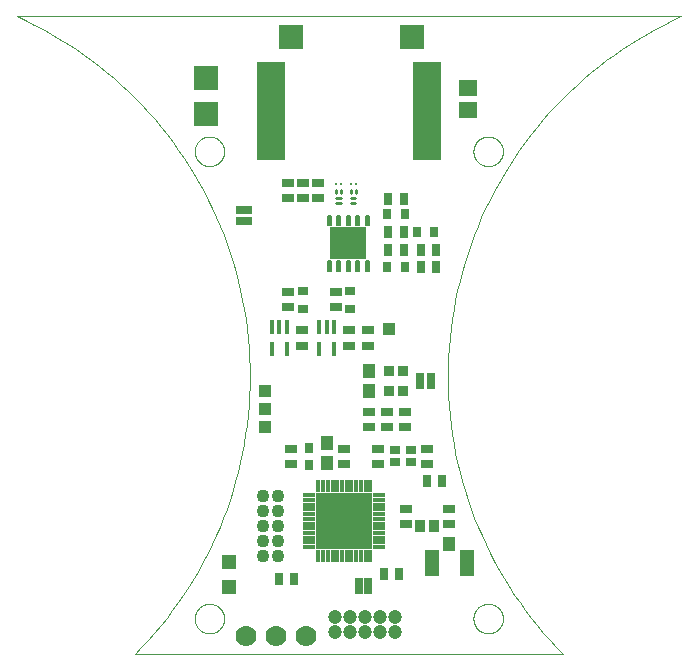
<source format=gts>
G75*
%MOIN*%
%OFA0B0*%
%FSLAX25Y25*%
%IPPOS*%
%LPD*%
%AMOC8*
5,1,8,0,0,1.08239X$1,22.5*
%
%ADD10C,0.00000*%
%ADD11C,0.00039*%
%ADD12R,0.03943X0.03156*%
%ADD13R,0.06306X0.05518*%
%ADD14R,0.03156X0.03943*%
%ADD15R,0.02762X0.03550*%
%ADD16C,0.00631*%
%ADD17R,0.12211X0.10636*%
%ADD18R,0.09416X0.32920*%
%ADD19R,0.08274X0.08274*%
%ADD20R,0.03353X0.03392*%
%ADD21R,0.04337X0.04731*%
%ADD22C,0.04731*%
%ADD23R,0.01800X0.05000*%
%ADD24R,0.03550X0.02762*%
%ADD25R,0.04337X0.04337*%
%ADD26R,0.05124X0.05124*%
%ADD27R,0.03353X0.03156*%
%ADD28R,0.03746X0.03943*%
%ADD29C,0.04337*%
%ADD30R,0.03865X0.01306*%
%ADD31R,0.18510X0.18510*%
%ADD32R,0.01306X0.03865*%
%ADD33R,0.04534X0.09061*%
%ADD34R,0.04337X0.04534*%
%ADD35C,0.01148*%
%ADD36C,0.01148*%
%ADD37R,0.02900X0.05400*%
%ADD38C,0.07000*%
%ADD39R,0.03156X0.03353*%
%ADD40R,0.05400X0.02900*%
D10*
X0073943Y0027191D02*
X0216659Y0027191D01*
X0178274Y0119711D02*
X0178317Y0122928D01*
X0178438Y0126143D01*
X0178637Y0129354D01*
X0178915Y0132559D01*
X0179271Y0135756D01*
X0179705Y0138944D01*
X0180216Y0142120D01*
X0180805Y0145283D01*
X0181471Y0148431D01*
X0182214Y0151561D01*
X0183032Y0154672D01*
X0183927Y0157763D01*
X0184896Y0160830D01*
X0185941Y0163873D01*
X0187059Y0166890D01*
X0188250Y0169878D01*
X0189514Y0172837D01*
X0190850Y0175764D01*
X0192257Y0178657D01*
X0193734Y0181515D01*
X0195280Y0184336D01*
X0196895Y0187119D01*
X0198577Y0189861D01*
X0200326Y0192562D01*
X0202140Y0195219D01*
X0204018Y0197831D01*
X0205960Y0200396D01*
X0207964Y0202913D01*
X0210028Y0205381D01*
X0212152Y0207797D01*
X0214334Y0210161D01*
X0216574Y0212471D01*
X0218869Y0214725D01*
X0221219Y0216923D01*
X0223621Y0219063D01*
X0226075Y0221143D01*
X0228579Y0223163D01*
X0231131Y0225121D01*
X0233731Y0227017D01*
X0236376Y0228848D01*
X0239065Y0230615D01*
X0241796Y0232315D01*
X0244568Y0233948D01*
X0247379Y0235512D01*
X0250228Y0237008D01*
X0253112Y0238434D01*
X0256030Y0239789D01*
X0256029Y0239789D02*
X0034572Y0239789D01*
X0112328Y0119710D02*
X0112279Y0116500D01*
X0112151Y0113291D01*
X0111945Y0110087D01*
X0111661Y0106888D01*
X0111299Y0103698D01*
X0110860Y0100517D01*
X0110343Y0097348D01*
X0109749Y0094193D01*
X0109078Y0091053D01*
X0108331Y0087930D01*
X0107508Y0084826D01*
X0106610Y0081743D01*
X0105637Y0078684D01*
X0104589Y0075648D01*
X0103468Y0072639D01*
X0102273Y0069659D01*
X0101007Y0066708D01*
X0099669Y0063789D01*
X0098260Y0060904D01*
X0096781Y0058054D01*
X0095233Y0055241D01*
X0093617Y0052466D01*
X0091934Y0049731D01*
X0090185Y0047039D01*
X0088371Y0044390D01*
X0086492Y0041785D01*
X0084551Y0039228D01*
X0082548Y0036718D01*
X0080484Y0034258D01*
X0078361Y0031849D01*
X0076180Y0029493D01*
X0073942Y0027190D01*
X0112328Y0119711D02*
X0112285Y0122928D01*
X0112164Y0126143D01*
X0111965Y0129354D01*
X0111687Y0132559D01*
X0111331Y0135756D01*
X0110897Y0138944D01*
X0110386Y0142120D01*
X0109797Y0145283D01*
X0109131Y0148431D01*
X0108388Y0151561D01*
X0107570Y0154672D01*
X0106675Y0157763D01*
X0105706Y0160830D01*
X0104661Y0163873D01*
X0103543Y0166890D01*
X0102352Y0169878D01*
X0101088Y0172837D01*
X0099752Y0175764D01*
X0098345Y0178657D01*
X0096868Y0181515D01*
X0095322Y0184336D01*
X0093707Y0187119D01*
X0092025Y0189861D01*
X0090276Y0192562D01*
X0088462Y0195219D01*
X0086584Y0197831D01*
X0084642Y0200396D01*
X0082638Y0202913D01*
X0080574Y0205381D01*
X0078450Y0207797D01*
X0076268Y0210161D01*
X0074028Y0212471D01*
X0071733Y0214725D01*
X0069383Y0216923D01*
X0066981Y0219063D01*
X0064527Y0221143D01*
X0062023Y0223163D01*
X0059471Y0225121D01*
X0056871Y0227017D01*
X0054226Y0228848D01*
X0051537Y0230615D01*
X0048806Y0232315D01*
X0046034Y0233948D01*
X0043223Y0235512D01*
X0040374Y0237008D01*
X0037490Y0238434D01*
X0034572Y0239789D01*
X0178273Y0119710D02*
X0178322Y0116500D01*
X0178450Y0113291D01*
X0178656Y0110087D01*
X0178940Y0106888D01*
X0179302Y0103698D01*
X0179741Y0100517D01*
X0180258Y0097348D01*
X0180852Y0094193D01*
X0181523Y0091053D01*
X0182270Y0087930D01*
X0183093Y0084826D01*
X0183991Y0081743D01*
X0184964Y0078684D01*
X0186012Y0075648D01*
X0187133Y0072639D01*
X0188328Y0069659D01*
X0189594Y0066708D01*
X0190932Y0063789D01*
X0192341Y0060904D01*
X0193820Y0058054D01*
X0195368Y0055241D01*
X0196984Y0052466D01*
X0198667Y0049731D01*
X0200416Y0047039D01*
X0202230Y0044390D01*
X0204109Y0041785D01*
X0206050Y0039228D01*
X0208053Y0036718D01*
X0210117Y0034258D01*
X0212240Y0031849D01*
X0214421Y0029493D01*
X0216659Y0027190D01*
D11*
X0186836Y0039002D02*
X0186838Y0039142D01*
X0186844Y0039282D01*
X0186854Y0039421D01*
X0186868Y0039560D01*
X0186886Y0039699D01*
X0186907Y0039837D01*
X0186933Y0039975D01*
X0186963Y0040112D01*
X0186996Y0040247D01*
X0187034Y0040382D01*
X0187075Y0040516D01*
X0187120Y0040649D01*
X0187168Y0040780D01*
X0187221Y0040909D01*
X0187277Y0041038D01*
X0187336Y0041164D01*
X0187400Y0041289D01*
X0187466Y0041412D01*
X0187537Y0041533D01*
X0187610Y0041652D01*
X0187687Y0041769D01*
X0187768Y0041883D01*
X0187851Y0041995D01*
X0187938Y0042105D01*
X0188028Y0042213D01*
X0188120Y0042317D01*
X0188216Y0042419D01*
X0188315Y0042519D01*
X0188416Y0042615D01*
X0188520Y0042709D01*
X0188627Y0042799D01*
X0188736Y0042886D01*
X0188848Y0042971D01*
X0188962Y0043052D01*
X0189078Y0043130D01*
X0189196Y0043204D01*
X0189317Y0043275D01*
X0189439Y0043343D01*
X0189564Y0043407D01*
X0189690Y0043468D01*
X0189817Y0043525D01*
X0189947Y0043578D01*
X0190078Y0043628D01*
X0190210Y0043673D01*
X0190343Y0043716D01*
X0190478Y0043754D01*
X0190613Y0043788D01*
X0190750Y0043819D01*
X0190887Y0043846D01*
X0191025Y0043868D01*
X0191164Y0043887D01*
X0191303Y0043902D01*
X0191442Y0043913D01*
X0191582Y0043920D01*
X0191722Y0043923D01*
X0191862Y0043922D01*
X0192002Y0043917D01*
X0192141Y0043908D01*
X0192281Y0043895D01*
X0192420Y0043878D01*
X0192558Y0043857D01*
X0192696Y0043833D01*
X0192833Y0043804D01*
X0192969Y0043772D01*
X0193104Y0043735D01*
X0193238Y0043695D01*
X0193371Y0043651D01*
X0193502Y0043603D01*
X0193632Y0043552D01*
X0193761Y0043497D01*
X0193888Y0043438D01*
X0194013Y0043375D01*
X0194136Y0043310D01*
X0194258Y0043240D01*
X0194377Y0043167D01*
X0194495Y0043091D01*
X0194610Y0043012D01*
X0194723Y0042929D01*
X0194833Y0042843D01*
X0194941Y0042754D01*
X0195046Y0042662D01*
X0195149Y0042567D01*
X0195249Y0042469D01*
X0195346Y0042369D01*
X0195440Y0042265D01*
X0195532Y0042159D01*
X0195620Y0042051D01*
X0195705Y0041940D01*
X0195787Y0041826D01*
X0195866Y0041710D01*
X0195941Y0041593D01*
X0196013Y0041473D01*
X0196081Y0041351D01*
X0196146Y0041227D01*
X0196208Y0041101D01*
X0196266Y0040974D01*
X0196320Y0040845D01*
X0196371Y0040714D01*
X0196417Y0040582D01*
X0196460Y0040449D01*
X0196500Y0040315D01*
X0196535Y0040180D01*
X0196567Y0040043D01*
X0196594Y0039906D01*
X0196618Y0039768D01*
X0196638Y0039630D01*
X0196654Y0039491D01*
X0196666Y0039351D01*
X0196674Y0039212D01*
X0196678Y0039072D01*
X0196678Y0038932D01*
X0196674Y0038792D01*
X0196666Y0038653D01*
X0196654Y0038513D01*
X0196638Y0038374D01*
X0196618Y0038236D01*
X0196594Y0038098D01*
X0196567Y0037961D01*
X0196535Y0037824D01*
X0196500Y0037689D01*
X0196460Y0037555D01*
X0196417Y0037422D01*
X0196371Y0037290D01*
X0196320Y0037159D01*
X0196266Y0037030D01*
X0196208Y0036903D01*
X0196146Y0036777D01*
X0196081Y0036653D01*
X0196013Y0036531D01*
X0195941Y0036411D01*
X0195866Y0036294D01*
X0195787Y0036178D01*
X0195705Y0036064D01*
X0195620Y0035953D01*
X0195532Y0035845D01*
X0195440Y0035739D01*
X0195346Y0035635D01*
X0195249Y0035535D01*
X0195149Y0035437D01*
X0195046Y0035342D01*
X0194941Y0035250D01*
X0194833Y0035161D01*
X0194723Y0035075D01*
X0194610Y0034992D01*
X0194495Y0034913D01*
X0194377Y0034837D01*
X0194258Y0034764D01*
X0194136Y0034694D01*
X0194013Y0034629D01*
X0193888Y0034566D01*
X0193761Y0034507D01*
X0193632Y0034452D01*
X0193502Y0034401D01*
X0193371Y0034353D01*
X0193238Y0034309D01*
X0193104Y0034269D01*
X0192969Y0034232D01*
X0192833Y0034200D01*
X0192696Y0034171D01*
X0192558Y0034147D01*
X0192420Y0034126D01*
X0192281Y0034109D01*
X0192141Y0034096D01*
X0192002Y0034087D01*
X0191862Y0034082D01*
X0191722Y0034081D01*
X0191582Y0034084D01*
X0191442Y0034091D01*
X0191303Y0034102D01*
X0191164Y0034117D01*
X0191025Y0034136D01*
X0190887Y0034158D01*
X0190750Y0034185D01*
X0190613Y0034216D01*
X0190478Y0034250D01*
X0190343Y0034288D01*
X0190210Y0034331D01*
X0190078Y0034376D01*
X0189947Y0034426D01*
X0189817Y0034479D01*
X0189690Y0034536D01*
X0189564Y0034597D01*
X0189439Y0034661D01*
X0189317Y0034729D01*
X0189196Y0034800D01*
X0189078Y0034874D01*
X0188962Y0034952D01*
X0188848Y0035033D01*
X0188736Y0035118D01*
X0188627Y0035205D01*
X0188520Y0035295D01*
X0188416Y0035389D01*
X0188315Y0035485D01*
X0188216Y0035585D01*
X0188120Y0035687D01*
X0188028Y0035791D01*
X0187938Y0035899D01*
X0187851Y0036009D01*
X0187768Y0036121D01*
X0187687Y0036235D01*
X0187610Y0036352D01*
X0187537Y0036471D01*
X0187466Y0036592D01*
X0187400Y0036715D01*
X0187336Y0036840D01*
X0187277Y0036966D01*
X0187221Y0037095D01*
X0187168Y0037224D01*
X0187120Y0037355D01*
X0187075Y0037488D01*
X0187034Y0037622D01*
X0186996Y0037757D01*
X0186963Y0037892D01*
X0186933Y0038029D01*
X0186907Y0038167D01*
X0186886Y0038305D01*
X0186868Y0038444D01*
X0186854Y0038583D01*
X0186844Y0038722D01*
X0186838Y0038862D01*
X0186836Y0039002D01*
X0093923Y0039002D02*
X0093925Y0039142D01*
X0093931Y0039282D01*
X0093941Y0039421D01*
X0093955Y0039560D01*
X0093973Y0039699D01*
X0093994Y0039837D01*
X0094020Y0039975D01*
X0094050Y0040112D01*
X0094083Y0040247D01*
X0094121Y0040382D01*
X0094162Y0040516D01*
X0094207Y0040649D01*
X0094255Y0040780D01*
X0094308Y0040909D01*
X0094364Y0041038D01*
X0094423Y0041164D01*
X0094487Y0041289D01*
X0094553Y0041412D01*
X0094624Y0041533D01*
X0094697Y0041652D01*
X0094774Y0041769D01*
X0094855Y0041883D01*
X0094938Y0041995D01*
X0095025Y0042105D01*
X0095115Y0042213D01*
X0095207Y0042317D01*
X0095303Y0042419D01*
X0095402Y0042519D01*
X0095503Y0042615D01*
X0095607Y0042709D01*
X0095714Y0042799D01*
X0095823Y0042886D01*
X0095935Y0042971D01*
X0096049Y0043052D01*
X0096165Y0043130D01*
X0096283Y0043204D01*
X0096404Y0043275D01*
X0096526Y0043343D01*
X0096651Y0043407D01*
X0096777Y0043468D01*
X0096904Y0043525D01*
X0097034Y0043578D01*
X0097165Y0043628D01*
X0097297Y0043673D01*
X0097430Y0043716D01*
X0097565Y0043754D01*
X0097700Y0043788D01*
X0097837Y0043819D01*
X0097974Y0043846D01*
X0098112Y0043868D01*
X0098251Y0043887D01*
X0098390Y0043902D01*
X0098529Y0043913D01*
X0098669Y0043920D01*
X0098809Y0043923D01*
X0098949Y0043922D01*
X0099089Y0043917D01*
X0099228Y0043908D01*
X0099368Y0043895D01*
X0099507Y0043878D01*
X0099645Y0043857D01*
X0099783Y0043833D01*
X0099920Y0043804D01*
X0100056Y0043772D01*
X0100191Y0043735D01*
X0100325Y0043695D01*
X0100458Y0043651D01*
X0100589Y0043603D01*
X0100719Y0043552D01*
X0100848Y0043497D01*
X0100975Y0043438D01*
X0101100Y0043375D01*
X0101223Y0043310D01*
X0101345Y0043240D01*
X0101464Y0043167D01*
X0101582Y0043091D01*
X0101697Y0043012D01*
X0101810Y0042929D01*
X0101920Y0042843D01*
X0102028Y0042754D01*
X0102133Y0042662D01*
X0102236Y0042567D01*
X0102336Y0042469D01*
X0102433Y0042369D01*
X0102527Y0042265D01*
X0102619Y0042159D01*
X0102707Y0042051D01*
X0102792Y0041940D01*
X0102874Y0041826D01*
X0102953Y0041710D01*
X0103028Y0041593D01*
X0103100Y0041473D01*
X0103168Y0041351D01*
X0103233Y0041227D01*
X0103295Y0041101D01*
X0103353Y0040974D01*
X0103407Y0040845D01*
X0103458Y0040714D01*
X0103504Y0040582D01*
X0103547Y0040449D01*
X0103587Y0040315D01*
X0103622Y0040180D01*
X0103654Y0040043D01*
X0103681Y0039906D01*
X0103705Y0039768D01*
X0103725Y0039630D01*
X0103741Y0039491D01*
X0103753Y0039351D01*
X0103761Y0039212D01*
X0103765Y0039072D01*
X0103765Y0038932D01*
X0103761Y0038792D01*
X0103753Y0038653D01*
X0103741Y0038513D01*
X0103725Y0038374D01*
X0103705Y0038236D01*
X0103681Y0038098D01*
X0103654Y0037961D01*
X0103622Y0037824D01*
X0103587Y0037689D01*
X0103547Y0037555D01*
X0103504Y0037422D01*
X0103458Y0037290D01*
X0103407Y0037159D01*
X0103353Y0037030D01*
X0103295Y0036903D01*
X0103233Y0036777D01*
X0103168Y0036653D01*
X0103100Y0036531D01*
X0103028Y0036411D01*
X0102953Y0036294D01*
X0102874Y0036178D01*
X0102792Y0036064D01*
X0102707Y0035953D01*
X0102619Y0035845D01*
X0102527Y0035739D01*
X0102433Y0035635D01*
X0102336Y0035535D01*
X0102236Y0035437D01*
X0102133Y0035342D01*
X0102028Y0035250D01*
X0101920Y0035161D01*
X0101810Y0035075D01*
X0101697Y0034992D01*
X0101582Y0034913D01*
X0101464Y0034837D01*
X0101345Y0034764D01*
X0101223Y0034694D01*
X0101100Y0034629D01*
X0100975Y0034566D01*
X0100848Y0034507D01*
X0100719Y0034452D01*
X0100589Y0034401D01*
X0100458Y0034353D01*
X0100325Y0034309D01*
X0100191Y0034269D01*
X0100056Y0034232D01*
X0099920Y0034200D01*
X0099783Y0034171D01*
X0099645Y0034147D01*
X0099507Y0034126D01*
X0099368Y0034109D01*
X0099228Y0034096D01*
X0099089Y0034087D01*
X0098949Y0034082D01*
X0098809Y0034081D01*
X0098669Y0034084D01*
X0098529Y0034091D01*
X0098390Y0034102D01*
X0098251Y0034117D01*
X0098112Y0034136D01*
X0097974Y0034158D01*
X0097837Y0034185D01*
X0097700Y0034216D01*
X0097565Y0034250D01*
X0097430Y0034288D01*
X0097297Y0034331D01*
X0097165Y0034376D01*
X0097034Y0034426D01*
X0096904Y0034479D01*
X0096777Y0034536D01*
X0096651Y0034597D01*
X0096526Y0034661D01*
X0096404Y0034729D01*
X0096283Y0034800D01*
X0096165Y0034874D01*
X0096049Y0034952D01*
X0095935Y0035033D01*
X0095823Y0035118D01*
X0095714Y0035205D01*
X0095607Y0035295D01*
X0095503Y0035389D01*
X0095402Y0035485D01*
X0095303Y0035585D01*
X0095207Y0035687D01*
X0095115Y0035791D01*
X0095025Y0035899D01*
X0094938Y0036009D01*
X0094855Y0036121D01*
X0094774Y0036235D01*
X0094697Y0036352D01*
X0094624Y0036471D01*
X0094553Y0036592D01*
X0094487Y0036715D01*
X0094423Y0036840D01*
X0094364Y0036966D01*
X0094308Y0037095D01*
X0094255Y0037224D01*
X0094207Y0037355D01*
X0094162Y0037488D01*
X0094121Y0037622D01*
X0094083Y0037757D01*
X0094050Y0037892D01*
X0094020Y0038029D01*
X0093994Y0038167D01*
X0093973Y0038305D01*
X0093955Y0038444D01*
X0093941Y0038583D01*
X0093931Y0038722D01*
X0093925Y0038862D01*
X0093923Y0039002D01*
X0093923Y0194750D02*
X0093925Y0194890D01*
X0093931Y0195030D01*
X0093941Y0195169D01*
X0093955Y0195308D01*
X0093973Y0195447D01*
X0093994Y0195585D01*
X0094020Y0195723D01*
X0094050Y0195860D01*
X0094083Y0195995D01*
X0094121Y0196130D01*
X0094162Y0196264D01*
X0094207Y0196397D01*
X0094255Y0196528D01*
X0094308Y0196657D01*
X0094364Y0196786D01*
X0094423Y0196912D01*
X0094487Y0197037D01*
X0094553Y0197160D01*
X0094624Y0197281D01*
X0094697Y0197400D01*
X0094774Y0197517D01*
X0094855Y0197631D01*
X0094938Y0197743D01*
X0095025Y0197853D01*
X0095115Y0197961D01*
X0095207Y0198065D01*
X0095303Y0198167D01*
X0095402Y0198267D01*
X0095503Y0198363D01*
X0095607Y0198457D01*
X0095714Y0198547D01*
X0095823Y0198634D01*
X0095935Y0198719D01*
X0096049Y0198800D01*
X0096165Y0198878D01*
X0096283Y0198952D01*
X0096404Y0199023D01*
X0096526Y0199091D01*
X0096651Y0199155D01*
X0096777Y0199216D01*
X0096904Y0199273D01*
X0097034Y0199326D01*
X0097165Y0199376D01*
X0097297Y0199421D01*
X0097430Y0199464D01*
X0097565Y0199502D01*
X0097700Y0199536D01*
X0097837Y0199567D01*
X0097974Y0199594D01*
X0098112Y0199616D01*
X0098251Y0199635D01*
X0098390Y0199650D01*
X0098529Y0199661D01*
X0098669Y0199668D01*
X0098809Y0199671D01*
X0098949Y0199670D01*
X0099089Y0199665D01*
X0099228Y0199656D01*
X0099368Y0199643D01*
X0099507Y0199626D01*
X0099645Y0199605D01*
X0099783Y0199581D01*
X0099920Y0199552D01*
X0100056Y0199520D01*
X0100191Y0199483D01*
X0100325Y0199443D01*
X0100458Y0199399D01*
X0100589Y0199351D01*
X0100719Y0199300D01*
X0100848Y0199245D01*
X0100975Y0199186D01*
X0101100Y0199123D01*
X0101223Y0199058D01*
X0101345Y0198988D01*
X0101464Y0198915D01*
X0101582Y0198839D01*
X0101697Y0198760D01*
X0101810Y0198677D01*
X0101920Y0198591D01*
X0102028Y0198502D01*
X0102133Y0198410D01*
X0102236Y0198315D01*
X0102336Y0198217D01*
X0102433Y0198117D01*
X0102527Y0198013D01*
X0102619Y0197907D01*
X0102707Y0197799D01*
X0102792Y0197688D01*
X0102874Y0197574D01*
X0102953Y0197458D01*
X0103028Y0197341D01*
X0103100Y0197221D01*
X0103168Y0197099D01*
X0103233Y0196975D01*
X0103295Y0196849D01*
X0103353Y0196722D01*
X0103407Y0196593D01*
X0103458Y0196462D01*
X0103504Y0196330D01*
X0103547Y0196197D01*
X0103587Y0196063D01*
X0103622Y0195928D01*
X0103654Y0195791D01*
X0103681Y0195654D01*
X0103705Y0195516D01*
X0103725Y0195378D01*
X0103741Y0195239D01*
X0103753Y0195099D01*
X0103761Y0194960D01*
X0103765Y0194820D01*
X0103765Y0194680D01*
X0103761Y0194540D01*
X0103753Y0194401D01*
X0103741Y0194261D01*
X0103725Y0194122D01*
X0103705Y0193984D01*
X0103681Y0193846D01*
X0103654Y0193709D01*
X0103622Y0193572D01*
X0103587Y0193437D01*
X0103547Y0193303D01*
X0103504Y0193170D01*
X0103458Y0193038D01*
X0103407Y0192907D01*
X0103353Y0192778D01*
X0103295Y0192651D01*
X0103233Y0192525D01*
X0103168Y0192401D01*
X0103100Y0192279D01*
X0103028Y0192159D01*
X0102953Y0192042D01*
X0102874Y0191926D01*
X0102792Y0191812D01*
X0102707Y0191701D01*
X0102619Y0191593D01*
X0102527Y0191487D01*
X0102433Y0191383D01*
X0102336Y0191283D01*
X0102236Y0191185D01*
X0102133Y0191090D01*
X0102028Y0190998D01*
X0101920Y0190909D01*
X0101810Y0190823D01*
X0101697Y0190740D01*
X0101582Y0190661D01*
X0101464Y0190585D01*
X0101345Y0190512D01*
X0101223Y0190442D01*
X0101100Y0190377D01*
X0100975Y0190314D01*
X0100848Y0190255D01*
X0100719Y0190200D01*
X0100589Y0190149D01*
X0100458Y0190101D01*
X0100325Y0190057D01*
X0100191Y0190017D01*
X0100056Y0189980D01*
X0099920Y0189948D01*
X0099783Y0189919D01*
X0099645Y0189895D01*
X0099507Y0189874D01*
X0099368Y0189857D01*
X0099228Y0189844D01*
X0099089Y0189835D01*
X0098949Y0189830D01*
X0098809Y0189829D01*
X0098669Y0189832D01*
X0098529Y0189839D01*
X0098390Y0189850D01*
X0098251Y0189865D01*
X0098112Y0189884D01*
X0097974Y0189906D01*
X0097837Y0189933D01*
X0097700Y0189964D01*
X0097565Y0189998D01*
X0097430Y0190036D01*
X0097297Y0190079D01*
X0097165Y0190124D01*
X0097034Y0190174D01*
X0096904Y0190227D01*
X0096777Y0190284D01*
X0096651Y0190345D01*
X0096526Y0190409D01*
X0096404Y0190477D01*
X0096283Y0190548D01*
X0096165Y0190622D01*
X0096049Y0190700D01*
X0095935Y0190781D01*
X0095823Y0190866D01*
X0095714Y0190953D01*
X0095607Y0191043D01*
X0095503Y0191137D01*
X0095402Y0191233D01*
X0095303Y0191333D01*
X0095207Y0191435D01*
X0095115Y0191539D01*
X0095025Y0191647D01*
X0094938Y0191757D01*
X0094855Y0191869D01*
X0094774Y0191983D01*
X0094697Y0192100D01*
X0094624Y0192219D01*
X0094553Y0192340D01*
X0094487Y0192463D01*
X0094423Y0192588D01*
X0094364Y0192714D01*
X0094308Y0192843D01*
X0094255Y0192972D01*
X0094207Y0193103D01*
X0094162Y0193236D01*
X0094121Y0193370D01*
X0094083Y0193505D01*
X0094050Y0193640D01*
X0094020Y0193777D01*
X0093994Y0193915D01*
X0093973Y0194053D01*
X0093955Y0194192D01*
X0093941Y0194331D01*
X0093931Y0194470D01*
X0093925Y0194610D01*
X0093923Y0194750D01*
X0186836Y0194750D02*
X0186838Y0194890D01*
X0186844Y0195030D01*
X0186854Y0195169D01*
X0186868Y0195308D01*
X0186886Y0195447D01*
X0186907Y0195585D01*
X0186933Y0195723D01*
X0186963Y0195860D01*
X0186996Y0195995D01*
X0187034Y0196130D01*
X0187075Y0196264D01*
X0187120Y0196397D01*
X0187168Y0196528D01*
X0187221Y0196657D01*
X0187277Y0196786D01*
X0187336Y0196912D01*
X0187400Y0197037D01*
X0187466Y0197160D01*
X0187537Y0197281D01*
X0187610Y0197400D01*
X0187687Y0197517D01*
X0187768Y0197631D01*
X0187851Y0197743D01*
X0187938Y0197853D01*
X0188028Y0197961D01*
X0188120Y0198065D01*
X0188216Y0198167D01*
X0188315Y0198267D01*
X0188416Y0198363D01*
X0188520Y0198457D01*
X0188627Y0198547D01*
X0188736Y0198634D01*
X0188848Y0198719D01*
X0188962Y0198800D01*
X0189078Y0198878D01*
X0189196Y0198952D01*
X0189317Y0199023D01*
X0189439Y0199091D01*
X0189564Y0199155D01*
X0189690Y0199216D01*
X0189817Y0199273D01*
X0189947Y0199326D01*
X0190078Y0199376D01*
X0190210Y0199421D01*
X0190343Y0199464D01*
X0190478Y0199502D01*
X0190613Y0199536D01*
X0190750Y0199567D01*
X0190887Y0199594D01*
X0191025Y0199616D01*
X0191164Y0199635D01*
X0191303Y0199650D01*
X0191442Y0199661D01*
X0191582Y0199668D01*
X0191722Y0199671D01*
X0191862Y0199670D01*
X0192002Y0199665D01*
X0192141Y0199656D01*
X0192281Y0199643D01*
X0192420Y0199626D01*
X0192558Y0199605D01*
X0192696Y0199581D01*
X0192833Y0199552D01*
X0192969Y0199520D01*
X0193104Y0199483D01*
X0193238Y0199443D01*
X0193371Y0199399D01*
X0193502Y0199351D01*
X0193632Y0199300D01*
X0193761Y0199245D01*
X0193888Y0199186D01*
X0194013Y0199123D01*
X0194136Y0199058D01*
X0194258Y0198988D01*
X0194377Y0198915D01*
X0194495Y0198839D01*
X0194610Y0198760D01*
X0194723Y0198677D01*
X0194833Y0198591D01*
X0194941Y0198502D01*
X0195046Y0198410D01*
X0195149Y0198315D01*
X0195249Y0198217D01*
X0195346Y0198117D01*
X0195440Y0198013D01*
X0195532Y0197907D01*
X0195620Y0197799D01*
X0195705Y0197688D01*
X0195787Y0197574D01*
X0195866Y0197458D01*
X0195941Y0197341D01*
X0196013Y0197221D01*
X0196081Y0197099D01*
X0196146Y0196975D01*
X0196208Y0196849D01*
X0196266Y0196722D01*
X0196320Y0196593D01*
X0196371Y0196462D01*
X0196417Y0196330D01*
X0196460Y0196197D01*
X0196500Y0196063D01*
X0196535Y0195928D01*
X0196567Y0195791D01*
X0196594Y0195654D01*
X0196618Y0195516D01*
X0196638Y0195378D01*
X0196654Y0195239D01*
X0196666Y0195099D01*
X0196674Y0194960D01*
X0196678Y0194820D01*
X0196678Y0194680D01*
X0196674Y0194540D01*
X0196666Y0194401D01*
X0196654Y0194261D01*
X0196638Y0194122D01*
X0196618Y0193984D01*
X0196594Y0193846D01*
X0196567Y0193709D01*
X0196535Y0193572D01*
X0196500Y0193437D01*
X0196460Y0193303D01*
X0196417Y0193170D01*
X0196371Y0193038D01*
X0196320Y0192907D01*
X0196266Y0192778D01*
X0196208Y0192651D01*
X0196146Y0192525D01*
X0196081Y0192401D01*
X0196013Y0192279D01*
X0195941Y0192159D01*
X0195866Y0192042D01*
X0195787Y0191926D01*
X0195705Y0191812D01*
X0195620Y0191701D01*
X0195532Y0191593D01*
X0195440Y0191487D01*
X0195346Y0191383D01*
X0195249Y0191283D01*
X0195149Y0191185D01*
X0195046Y0191090D01*
X0194941Y0190998D01*
X0194833Y0190909D01*
X0194723Y0190823D01*
X0194610Y0190740D01*
X0194495Y0190661D01*
X0194377Y0190585D01*
X0194258Y0190512D01*
X0194136Y0190442D01*
X0194013Y0190377D01*
X0193888Y0190314D01*
X0193761Y0190255D01*
X0193632Y0190200D01*
X0193502Y0190149D01*
X0193371Y0190101D01*
X0193238Y0190057D01*
X0193104Y0190017D01*
X0192969Y0189980D01*
X0192833Y0189948D01*
X0192696Y0189919D01*
X0192558Y0189895D01*
X0192420Y0189874D01*
X0192281Y0189857D01*
X0192141Y0189844D01*
X0192002Y0189835D01*
X0191862Y0189830D01*
X0191722Y0189829D01*
X0191582Y0189832D01*
X0191442Y0189839D01*
X0191303Y0189850D01*
X0191164Y0189865D01*
X0191025Y0189884D01*
X0190887Y0189906D01*
X0190750Y0189933D01*
X0190613Y0189964D01*
X0190478Y0189998D01*
X0190343Y0190036D01*
X0190210Y0190079D01*
X0190078Y0190124D01*
X0189947Y0190174D01*
X0189817Y0190227D01*
X0189690Y0190284D01*
X0189564Y0190345D01*
X0189439Y0190409D01*
X0189317Y0190477D01*
X0189196Y0190548D01*
X0189078Y0190622D01*
X0188962Y0190700D01*
X0188848Y0190781D01*
X0188736Y0190866D01*
X0188627Y0190953D01*
X0188520Y0191043D01*
X0188416Y0191137D01*
X0188315Y0191233D01*
X0188216Y0191333D01*
X0188120Y0191435D01*
X0188028Y0191539D01*
X0187938Y0191647D01*
X0187851Y0191757D01*
X0187768Y0191869D01*
X0187687Y0191983D01*
X0187610Y0192100D01*
X0187537Y0192219D01*
X0187466Y0192340D01*
X0187400Y0192463D01*
X0187336Y0192588D01*
X0187277Y0192714D01*
X0187221Y0192843D01*
X0187168Y0192972D01*
X0187120Y0193103D01*
X0187075Y0193236D01*
X0187034Y0193370D01*
X0186996Y0193505D01*
X0186963Y0193640D01*
X0186933Y0193777D01*
X0186907Y0193915D01*
X0186886Y0194053D01*
X0186868Y0194192D01*
X0186854Y0194331D01*
X0186844Y0194470D01*
X0186838Y0194610D01*
X0186836Y0194750D01*
D12*
X0134966Y0184277D03*
X0130045Y0184277D03*
X0125124Y0184277D03*
X0125124Y0179159D03*
X0130045Y0179159D03*
X0134966Y0179159D03*
X0140872Y0147860D03*
X0140872Y0142742D03*
X0145301Y0135065D03*
X0145301Y0129946D03*
X0151698Y0129946D03*
X0151698Y0135065D03*
X0129553Y0135065D03*
X0129553Y0129946D03*
X0125124Y0142742D03*
X0125124Y0147860D03*
X0152191Y0107998D03*
X0158096Y0107998D03*
X0158096Y0102880D03*
X0152191Y0102880D03*
X0155143Y0095694D03*
X0155143Y0090576D03*
X0143824Y0090576D03*
X0143824Y0095694D03*
X0126108Y0095694D03*
X0126108Y0090576D03*
X0164002Y0102880D03*
X0164002Y0107998D03*
X0171383Y0095694D03*
X0171383Y0090576D03*
X0164494Y0075517D03*
X0164494Y0070399D03*
X0178765Y0070399D03*
X0178765Y0075517D03*
D13*
X0185163Y0208490D03*
X0185163Y0215970D03*
D14*
X0163608Y0178765D03*
X0158490Y0178765D03*
X0158490Y0167939D03*
X0163608Y0167939D03*
X0163608Y0162033D03*
X0158490Y0162033D03*
X0169317Y0162033D03*
X0174435Y0162033D03*
X0174435Y0156128D03*
X0169317Y0156128D03*
X0171285Y0084769D03*
X0176403Y0084769D03*
X0162131Y0053765D03*
X0157013Y0053765D03*
X0127191Y0052289D03*
X0122072Y0052289D03*
D15*
X0158096Y0156128D03*
X0164002Y0156128D03*
X0167939Y0167939D03*
X0173844Y0167939D03*
X0164002Y0173844D03*
X0158096Y0173844D03*
D16*
X0150868Y0173276D02*
X0150868Y0170120D01*
X0150868Y0173276D02*
X0151898Y0173276D01*
X0151898Y0170120D01*
X0150868Y0170120D01*
X0150868Y0170719D02*
X0151898Y0170719D01*
X0151898Y0171318D02*
X0150868Y0171318D01*
X0150868Y0171917D02*
X0151898Y0171917D01*
X0151898Y0172516D02*
X0150868Y0172516D01*
X0150868Y0173115D02*
X0151898Y0173115D01*
X0147719Y0173276D02*
X0147719Y0170120D01*
X0147719Y0173276D02*
X0148749Y0173276D01*
X0148749Y0170120D01*
X0147719Y0170120D01*
X0147719Y0170719D02*
X0148749Y0170719D01*
X0148749Y0171318D02*
X0147719Y0171318D01*
X0147719Y0171917D02*
X0148749Y0171917D01*
X0148749Y0172516D02*
X0147719Y0172516D01*
X0147719Y0173115D02*
X0148749Y0173115D01*
X0144569Y0173276D02*
X0144569Y0170120D01*
X0144569Y0173276D02*
X0145599Y0173276D01*
X0145599Y0170120D01*
X0144569Y0170120D01*
X0144569Y0170719D02*
X0145599Y0170719D01*
X0145599Y0171318D02*
X0144569Y0171318D01*
X0144569Y0171917D02*
X0145599Y0171917D01*
X0145599Y0172516D02*
X0144569Y0172516D01*
X0144569Y0173115D02*
X0145599Y0173115D01*
X0141420Y0173276D02*
X0141420Y0170120D01*
X0141420Y0173276D02*
X0142450Y0173276D01*
X0142450Y0170120D01*
X0141420Y0170120D01*
X0141420Y0170719D02*
X0142450Y0170719D01*
X0142450Y0171318D02*
X0141420Y0171318D01*
X0141420Y0171917D02*
X0142450Y0171917D01*
X0142450Y0172516D02*
X0141420Y0172516D01*
X0141420Y0173115D02*
X0142450Y0173115D01*
X0138270Y0173276D02*
X0138270Y0170120D01*
X0138270Y0173276D02*
X0139300Y0173276D01*
X0139300Y0170120D01*
X0138270Y0170120D01*
X0138270Y0170719D02*
X0139300Y0170719D01*
X0139300Y0171318D02*
X0138270Y0171318D01*
X0138270Y0171917D02*
X0139300Y0171917D01*
X0139300Y0172516D02*
X0138270Y0172516D01*
X0138270Y0173115D02*
X0139300Y0173115D01*
X0139300Y0158040D02*
X0139300Y0154884D01*
X0138270Y0154884D01*
X0138270Y0158040D01*
X0139300Y0158040D01*
X0139300Y0155483D02*
X0138270Y0155483D01*
X0138270Y0156082D02*
X0139300Y0156082D01*
X0139300Y0156681D02*
X0138270Y0156681D01*
X0138270Y0157280D02*
X0139300Y0157280D01*
X0139300Y0157879D02*
X0138270Y0157879D01*
X0142450Y0158040D02*
X0142450Y0154884D01*
X0141420Y0154884D01*
X0141420Y0158040D01*
X0142450Y0158040D01*
X0142450Y0155483D02*
X0141420Y0155483D01*
X0141420Y0156082D02*
X0142450Y0156082D01*
X0142450Y0156681D02*
X0141420Y0156681D01*
X0141420Y0157280D02*
X0142450Y0157280D01*
X0142450Y0157879D02*
X0141420Y0157879D01*
X0145599Y0158040D02*
X0145599Y0154884D01*
X0144569Y0154884D01*
X0144569Y0158040D01*
X0145599Y0158040D01*
X0145599Y0155483D02*
X0144569Y0155483D01*
X0144569Y0156082D02*
X0145599Y0156082D01*
X0145599Y0156681D02*
X0144569Y0156681D01*
X0144569Y0157280D02*
X0145599Y0157280D01*
X0145599Y0157879D02*
X0144569Y0157879D01*
X0148749Y0158040D02*
X0148749Y0154884D01*
X0147719Y0154884D01*
X0147719Y0158040D01*
X0148749Y0158040D01*
X0148749Y0155483D02*
X0147719Y0155483D01*
X0147719Y0156082D02*
X0148749Y0156082D01*
X0148749Y0156681D02*
X0147719Y0156681D01*
X0147719Y0157280D02*
X0148749Y0157280D01*
X0148749Y0157879D02*
X0147719Y0157879D01*
X0151898Y0158040D02*
X0151898Y0154884D01*
X0150868Y0154884D01*
X0150868Y0158040D01*
X0151898Y0158040D01*
X0151898Y0155483D02*
X0150868Y0155483D01*
X0150868Y0156082D02*
X0151898Y0156082D01*
X0151898Y0156681D02*
X0150868Y0156681D01*
X0150868Y0157280D02*
X0151898Y0157280D01*
X0151898Y0157879D02*
X0150868Y0157879D01*
D17*
X0145084Y0164080D03*
D18*
X0119297Y0208293D03*
X0171305Y0208293D03*
D19*
X0166462Y0232899D03*
X0126108Y0232899D03*
X0097565Y0219120D03*
X0097565Y0207309D03*
D20*
X0158588Y0121482D03*
X0163509Y0121482D03*
X0163509Y0114986D03*
X0158588Y0114986D03*
D21*
X0152191Y0114887D03*
X0152191Y0121580D03*
X0137919Y0097466D03*
X0137919Y0090773D03*
D22*
X0140714Y0039533D03*
X0140714Y0034533D03*
X0145714Y0034533D03*
X0150714Y0034533D03*
X0150714Y0039533D03*
X0145714Y0039533D03*
X0155714Y0039533D03*
X0160714Y0039533D03*
X0160714Y0034533D03*
X0155714Y0034533D03*
D23*
X0140519Y0128706D03*
X0135319Y0128706D03*
X0135319Y0136306D03*
X0137919Y0136306D03*
X0140519Y0136306D03*
X0124771Y0136306D03*
X0122171Y0136306D03*
X0119571Y0136306D03*
X0119571Y0128706D03*
X0124771Y0128706D03*
D24*
X0130045Y0142348D03*
X0130045Y0148254D03*
X0145793Y0148254D03*
X0145793Y0142348D03*
D25*
X0158588Y0135458D03*
X0117250Y0114789D03*
X0117250Y0108883D03*
X0117250Y0102978D03*
D26*
X0105439Y0057899D03*
X0105439Y0049631D03*
D27*
X0160852Y0091167D03*
X0160852Y0095104D03*
X0166167Y0095104D03*
X0166167Y0091167D03*
D28*
X0169100Y0070006D03*
X0173667Y0070006D03*
D29*
X0121718Y0070006D03*
X0121718Y0075006D03*
X0121718Y0080006D03*
X0116718Y0080006D03*
X0116718Y0075006D03*
X0116718Y0070006D03*
X0116718Y0065006D03*
X0121718Y0065006D03*
X0121718Y0060006D03*
X0116718Y0060006D03*
D30*
X0132171Y0062820D03*
X0132171Y0064395D03*
X0132171Y0065970D03*
X0132171Y0067545D03*
X0132171Y0069120D03*
X0132171Y0070694D03*
X0132171Y0072269D03*
X0132171Y0073844D03*
X0132171Y0075419D03*
X0132171Y0076994D03*
X0132171Y0078569D03*
X0132171Y0080143D03*
X0155478Y0080143D03*
X0155478Y0078569D03*
X0155478Y0076994D03*
X0155478Y0075419D03*
X0155478Y0073844D03*
X0155478Y0072269D03*
X0155478Y0070694D03*
X0155478Y0069120D03*
X0155478Y0067545D03*
X0155478Y0065970D03*
X0155478Y0064395D03*
X0155478Y0062820D03*
D31*
X0143824Y0071482D03*
D32*
X0143037Y0083135D03*
X0141462Y0083135D03*
X0139887Y0083135D03*
X0138313Y0083135D03*
X0136738Y0083135D03*
X0135163Y0083135D03*
X0144612Y0083135D03*
X0146187Y0083135D03*
X0147761Y0083135D03*
X0149336Y0083135D03*
X0150911Y0083135D03*
X0152486Y0083135D03*
X0152486Y0059828D03*
X0150911Y0059828D03*
X0149336Y0059828D03*
X0147761Y0059828D03*
X0146187Y0059828D03*
X0144612Y0059828D03*
X0143037Y0059828D03*
X0141462Y0059828D03*
X0139887Y0059828D03*
X0138313Y0059828D03*
X0136738Y0059828D03*
X0135163Y0059828D03*
D33*
X0172958Y0057702D03*
X0184572Y0057702D03*
D34*
X0178765Y0063706D03*
D35*
X0147525Y0177584D02*
X0146029Y0177584D01*
X0146029Y0179159D02*
X0147525Y0179159D01*
X0147565Y0181029D02*
X0147565Y0182013D01*
X0145990Y0182013D02*
X0145990Y0181029D01*
X0142643Y0181029D02*
X0142643Y0182013D01*
X0141069Y0182013D02*
X0141069Y0181029D01*
X0141108Y0179159D02*
X0142604Y0179159D01*
X0142604Y0177584D02*
X0141108Y0177584D01*
D36*
X0141069Y0183883D03*
X0142643Y0183883D03*
X0145990Y0183883D03*
X0147565Y0183883D03*
D37*
X0169120Y0118234D03*
X0172663Y0118234D03*
X0151822Y0049828D03*
X0148622Y0049828D03*
D38*
X0131187Y0033096D03*
X0121187Y0033096D03*
X0111187Y0033096D03*
D39*
X0132013Y0090281D03*
X0132013Y0095990D03*
D40*
X0110360Y0171580D03*
X0110360Y0175124D03*
M02*

</source>
